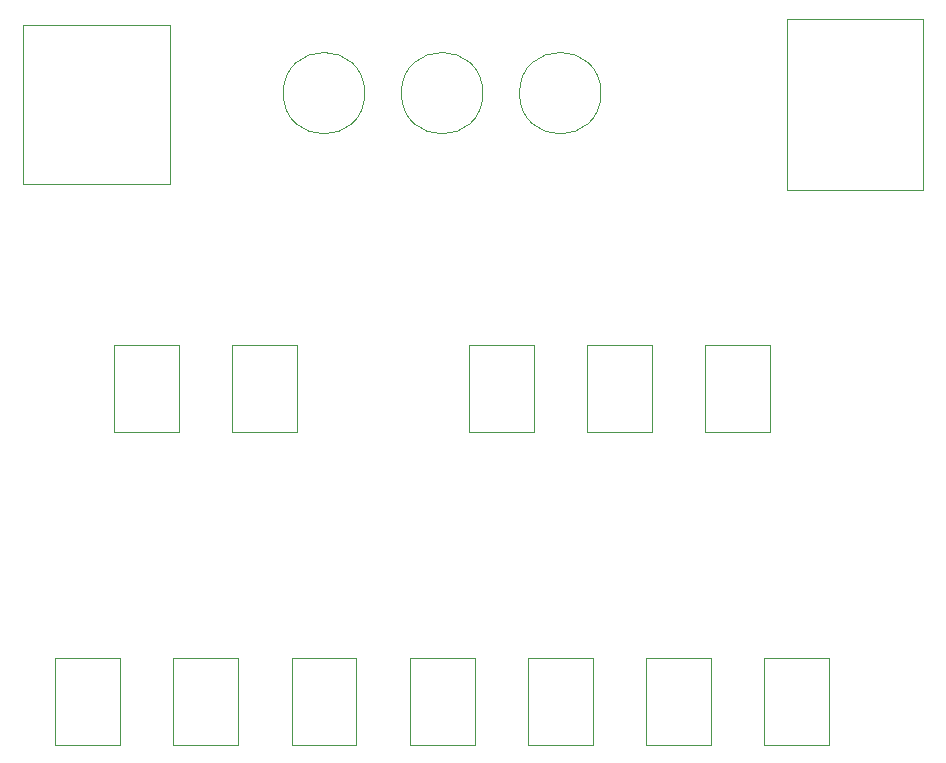
<source format=gbr>
G04 #@! TF.GenerationSoftware,KiCad,Pcbnew,(5.1.0)-1*
G04 #@! TF.CreationDate,2019-08-05T10:11:54+09:00*
G04 #@! TF.ProjectId,APA102,41504131-3032-42e6-9b69-6361645f7063,rev?*
G04 #@! TF.SameCoordinates,Original*
G04 #@! TF.FileFunction,Other,User*
%FSLAX46Y46*%
G04 Gerber Fmt 4.6, Leading zero omitted, Abs format (unit mm)*
G04 Created by KiCad (PCBNEW (5.1.0)-1) date 2019-08-05 10:11:54*
%MOMM*%
%LPD*%
G04 APERTURE LIST*
%ADD10C,0.050000*%
%ADD11C,0.100000*%
G04 APERTURE END LIST*
D10*
X138450000Y-36500000D02*
G75*
G03X138450000Y-36500000I-3450000J0D01*
G01*
X128450000Y-36500000D02*
G75*
G03X128450000Y-36500000I-3450000J0D01*
G01*
X148450000Y-36500000D02*
G75*
G03X148450000Y-36500000I-3450000J0D01*
G01*
X112000000Y-30750000D02*
X99500000Y-30750000D01*
X99500000Y-30750000D02*
X99500000Y-44150000D01*
X99500000Y-44150000D02*
X112000000Y-44150000D01*
X112000000Y-44150000D02*
X112000000Y-30750000D01*
X102250000Y-84350000D02*
X102250000Y-91650000D01*
X107750000Y-84350000D02*
X102250000Y-84350000D01*
X107750000Y-91650000D02*
X107750000Y-84350000D01*
X102250000Y-91650000D02*
X107750000Y-91650000D01*
X107250000Y-65150000D02*
X112750000Y-65150000D01*
X112750000Y-65150000D02*
X112750000Y-57850000D01*
X112750000Y-57850000D02*
X107250000Y-57850000D01*
X107250000Y-57850000D02*
X107250000Y-65150000D01*
X112250000Y-84350000D02*
X112250000Y-91650000D01*
X117750000Y-84350000D02*
X112250000Y-84350000D01*
X117750000Y-91650000D02*
X117750000Y-84350000D01*
X112250000Y-91650000D02*
X117750000Y-91650000D01*
X117250000Y-65150000D02*
X122750000Y-65150000D01*
X122750000Y-65150000D02*
X122750000Y-57850000D01*
X122750000Y-57850000D02*
X117250000Y-57850000D01*
X117250000Y-57850000D02*
X117250000Y-65150000D01*
X122250000Y-84350000D02*
X122250000Y-91650000D01*
X127750000Y-84350000D02*
X122250000Y-84350000D01*
X127750000Y-91650000D02*
X127750000Y-84350000D01*
X122250000Y-91650000D02*
X127750000Y-91650000D01*
X132250000Y-91650000D02*
X137750000Y-91650000D01*
X137750000Y-91650000D02*
X137750000Y-84350000D01*
X137750000Y-84350000D02*
X132250000Y-84350000D01*
X132250000Y-84350000D02*
X132250000Y-91650000D01*
X137250000Y-57850000D02*
X137250000Y-65150000D01*
X142750000Y-57850000D02*
X137250000Y-57850000D01*
X142750000Y-65150000D02*
X142750000Y-57850000D01*
X137250000Y-65150000D02*
X142750000Y-65150000D01*
X142250000Y-91650000D02*
X147750000Y-91650000D01*
X147750000Y-91650000D02*
X147750000Y-84350000D01*
X147750000Y-84350000D02*
X142250000Y-84350000D01*
X142250000Y-84350000D02*
X142250000Y-91650000D01*
X147250000Y-57850000D02*
X147250000Y-65150000D01*
X152750000Y-57850000D02*
X147250000Y-57850000D01*
X152750000Y-65150000D02*
X152750000Y-57850000D01*
X147250000Y-65150000D02*
X152750000Y-65150000D01*
X152250000Y-91650000D02*
X157750000Y-91650000D01*
X157750000Y-91650000D02*
X157750000Y-84350000D01*
X157750000Y-84350000D02*
X152250000Y-84350000D01*
X152250000Y-84350000D02*
X152250000Y-91650000D01*
X157250000Y-57850000D02*
X157250000Y-65150000D01*
X162750000Y-57850000D02*
X157250000Y-57850000D01*
X162750000Y-65150000D02*
X162750000Y-57850000D01*
X157250000Y-65150000D02*
X162750000Y-65150000D01*
X162250000Y-91650000D02*
X167750000Y-91650000D01*
X167750000Y-91650000D02*
X167750000Y-84350000D01*
X167750000Y-84350000D02*
X162250000Y-84350000D01*
X162250000Y-84350000D02*
X162250000Y-91650000D01*
D11*
X164200000Y-44700000D02*
X164200000Y-30200000D01*
X164200000Y-30200000D02*
X175700000Y-30200000D01*
X175700000Y-30200000D02*
X175700000Y-44700000D01*
X175700000Y-44700000D02*
X164200000Y-44700000D01*
M02*

</source>
